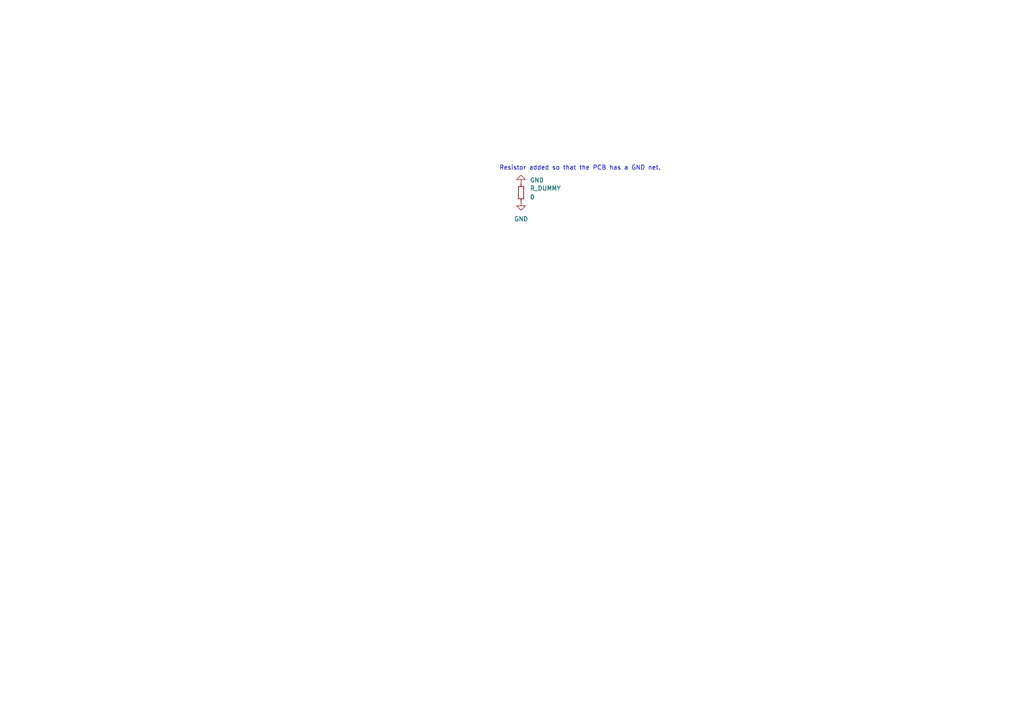
<source format=kicad_sch>
(kicad_sch (version 20210621) (generator eeschema)
  (paper "A4")
  (lib_symbols
    (symbol "Device:R_Small" (pin_numbers hide) (pin_names (offset 0.254) hide)
      (property "Reference" "R" (at 0.762 0.508 0))
      (property "Value" "R_Small" (at 0.762 -1.016 0))
      (symbol "R_Small_0_1"
        (rectangle (start -0.762 1.778) (end 0.762 -1.778) (stroke (width 0.2032)))
      )
      (symbol "R_Small_1_1"
        (pin passive line (at 0 2.54 270) (length 0.762) (name "~") (number "1"))
        (pin passive line (at 0 -2.54 90) (length 0.762) (name "~") (number "2"))
      )
    )
    (symbol "power:GND" (power) (pin_names (offset 0))
      (property "Value" "GND" (at 0 -3.81 0))
      (symbol "GND_0_1"
        (polyline (pts (xy 0 0) (xy 0 -1.27) (xy 1.27 -1.27) (xy 0 -2.54) (xy -1.27 -1.27) (xy 0 -1.27)))
      )
      (symbol "GND_1_1"
        (pin power_in line (at 0 0 270) (length 0) hide (name "GND") (number "1"))
      )
    )
  )
  (text "Resistor added so that the PCB has a GND net." (at 144.78 49.53 0) (effects (font (size 1.27 1.27)) (justify left bottom)))
  (symbol (lib_id "power:GND") (at 151.13 53.34 180) (unit 1)
    (property "Reference" "#PWR0101" (effects hide))
    (property "Value" "GND" (at 153.67 52.2604 0) (effects (justify right)))
  )
  (symbol (lib_id "power:GND") (at 151.13 58.42 0) (unit 1)
    (property "Reference" "#PWR01" (effects hide))
    (property "Value" "GND" (at 151.13 63.5 0))
  )
  (symbol (lib_id "Device:R_Small") (at 151.13 55.88 0) (unit 1)
    (property "Reference" "R_DUMMY" (at 153.67 54.6099 0) (effects (justify left)))
    (property "Value" "0" (at 153.67 57.1499 0) (effects (justify left)))
    (property "Footprint" "Resistor_SMD:R_0201_0603Metric" (effects hide))
  )
)
</source>
